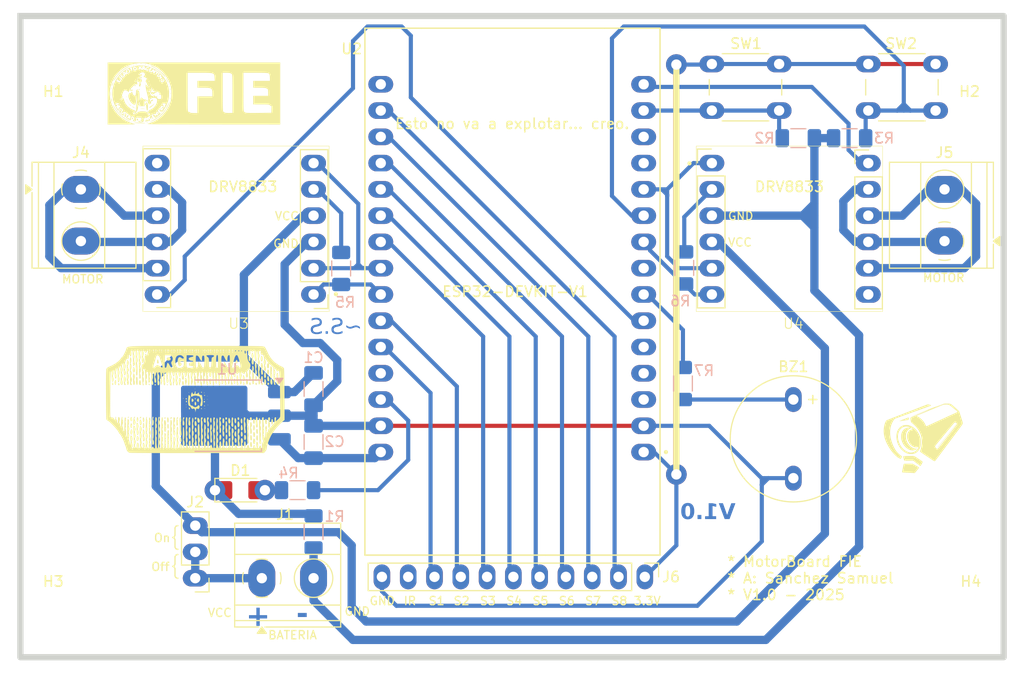
<source format=kicad_pcb>
(kicad_pcb (version 20241229) (generator "pcbnew") (generator_version "9.0")
  (layers (0 "F.Cu" signal) (2 "B.Cu" signal) (13 "F.Paste" user) (15 "B.Paste" user) (5 "F.SilkS" user "F.Silkscreen") (7 "B.SilkS" user "B.Silkscreen") (1 "F.Mask" user) (3 "B.Mask" user) (25 "Edge.Cuts" user))
  (net 0 "")
  (net 1 "/IN_M1_A")
  (net 2 "/SLEEP_M1")
  (net 3 "/IN_M1_B")
  (net 4 "/IN_M2_B")
  (net 5 "/SLEEP_M2")
  (net 6 "/IN_M2_A")
  (net 7 "GND")
  (net 9 "/S2")
  (net 10 "/S5")
  (net 11 "/S1")
  (net 12 "/S3")
  (net 13 "/S6")
  (net 14 "/S4")
  (net 15 "/S7")
  (net 16 "VCC")
  (net 17 "+3.3V")
  (net 18 "Net-(J4-Pin_1)")
  (net 19 "Net-(J4-Pin_2)")
  (net 20 "Net-(BZ1-+)")
  (net 21 "/S8")
  (net 24 "Net-(D1-A)")
  (net 25 "/LED_LARGADA")
  (net 29 "/BUZZER")
  (net 30 "/SW1")
  (net 31 "/SW2")
  (net 36 "Net-(U3-IN2)")
  (net 37 "Net-(U4-IN3)")
  (net 38 "Net-(J1-Pin_1)")
  (net 39 "+5V")
  (net 40 "Net-(J5-Pin_2)")
  (net 41 "Net-(J5-Pin_1)")
  (footprint "LOGO" (layer "F.Cu") (at 114.554 61.849)
    (property "Reference" "G***" (hide yes))
    (property "Value" "LOGO" (hide yes))
  )
  (footprint "Connector_PinHeader_2.54mm:PinHeader_1x11_P2.54mm_Vertical" (layer "F.Cu") (at 157.988 78.994 -90)
    (property "Reference" "J6" (at 0 -2.54 0) (layer "F.SilkS"))
    (property "Value" "SENSORES")
    (pad "1" thru_hole oval (at 0 0 270) (size 2.4 1.6) (drill 1) (layers "*.Cu" "B.Mask") (net 17 "+3.3V"))
    (pad "2" thru_hole oval (at 0 2.54 270) (size 2.4 1.6) (drill 1) (layers "*.Cu" "B.Mask") (net 21 "/S8"))
    (pad "3" thru_hole oval (at 0 5.08 270) (size 2.4 1.6) (drill 1) (layers "*.Cu" "B.Mask") (net 15 "/S7"))
    (pad "4" thru_hole oval (at 0 7.62 270) (size 2.4 1.6) (drill 1) (layers "*.Cu" "B.Mask") (net 13 "/S6"))
    (pad "5" thru_hole oval (at 0 10.16 270) (size 2.4 1.6) (drill 1) (layers "*.Cu" "B.Mask") (net 10 "/S5"))
    (pad "6" thru_hole oval (at 0 12.7 270) (size 2.4 1.6) (drill 1) (layers "*.Cu" "B.Mask") (net 14 "/S4"))
    (pad "7" thru_hole oval (at 0 15.24 270) (size 2.4 1.6) (drill 1) (layers "*.Cu" "B.Mask") (net 12 "/S3"))
    (pad "8" thru_hole oval (at 0 17.78 270) (size 2.4 1.6) (drill 1) (layers "*.Cu" "B.Mask") (net 9 "/S2"))
    (pad "9" thru_hole oval (at 0 20.32 270) (size 2.4 1.6) (drill 1) (layers "*.Cu" "B.Mask") (net 11 "/S1"))
    (pad "10" thru_hole oval (at 0 22.86 270) (size 2.4 1.6) (drill 1) (layers "*.Cu" "B.Mask"))
    (pad "11" thru_hole oval (at 0 25.4 270) (size 2.4 1.6) (drill 1) (layers "*.Cu" "B.Mask") (net 7 "GND"))
  )
  (footprint "Button_Switch_THT:SW_PUSH_6mm_H5mm" (layer "F.Cu") (at 164.465 29.409)
    (property "Reference" "SW1" (at 3.302 -1.977 0) (layer "F.SilkS"))
    (property "Value" "SW_Push")
    (pad "1" thru_hole oval (at 0 0) (size 2.4 1.6) (drill 1) (layers "*.Cu" "B.Mask") (net 17 "+3.3V"))
    (pad "1" thru_hole oval (at 6.5 0) (size 2.4 1.6) (drill 1) (layers "*.Cu" "B.Mask") (net 17 "+3.3V"))
    (pad "2" thru_hole oval (at 0 4.5) (size 2.4 1.6) (drill 1) (layers "*.Cu" "B.Mask") (net 30 "/SW1"))
    (pad "2" thru_hole oval (at 6.5 4.5) (size 2.4 1.6) (drill 1) (layers "*.Cu" "B.Mask") (net 30 "/SW1"))
  )
  (footprint "TerminalBlock_Phoenix:TerminalBlock_Phoenix_MKDS-1,5-2_1x02_P5.00mm_Horizontal" (layer "F.Cu") (at 120.984 79.121)
    (property "Reference" "J1" (at 2.243 -6.155 0) (layer "F.SilkS"))
    (property "Value" "BAT")
    (pad "1" thru_hole oval (at 0 0) (size 2.6 3.6) (drill 1) (layers "*.Cu" "B.Mask") (net 38 "Net-(J1-Pin_1)"))
    (pad "2" thru_hole oval (at 5 0) (size 2.6 3.6) (drill 1) (layers "*.Cu" "B.Mask") (net 7 "GND"))
  )
  (footprint "MountingHole:MountingHole_3mm" (layer "F.Cu") (at 100.838 83.439)
    (property "Reference" "H3" (at 0 -4 0) (layer "F.SilkS"))
    (property "Value" "MountingHole")
    (pad "" np_thru_hole circle (at 0 0) (size 3 3) (drill 3) (layers "*.Cu" "*.Mask"))
  )
  (footprint "LED_SMD:LED_1206_3216Metric_Pad1.42x1.75mm_HandSolder" (layer "F.Cu") (at 118.9085 70.612)
    (property "Reference" "D1" (at 0 -1.905 0) (layer "F.SilkS"))
    (property "Value" "LED_RED")
    (pad "1" smd roundrect (at -1.4875 0) (size 1.425 1.75) (layers "F.Cu" "F.Mask" "F.Paste") (roundrect_rratio 0.175439) (net 7 "GND"))
    (pad "2" smd roundrect (at 1.4875 0) (size 1.425 1.75) (layers "F.Cu" "F.Mask" "F.Paste") (roundrect_rratio 0.175439) (net 24 "Net-(D1-A)"))
  )
  (footprint "Connector_PinHeader_2.54mm:PinHeader_1x03_P2.54mm_Vertical" (layer "F.Cu") (at 114.554 79.121 180)
    (property "Reference" "J2" (at 0 7.366 0) (layer "F.SilkS"))
    (property "Value" "SWITCH")
    (pad "1" thru_hole oval (at 0 0 180) (size 2.4 1.6) (drill 1) (layers "*.Cu" "B.Mask") (net 38 "Net-(J1-Pin_1)"))
    (pad "2" thru_hole oval (at 0 2.54 180) (size 2.4 1.6) (drill 1) (layers "*.Cu" "B.Mask") (net 38 "Net-(J1-Pin_1)"))
    (pad "3" thru_hole oval (at 0 5.08 180) (size 2.4 1.6) (drill 1) (layers "*.Cu" "B.Mask") (net 16 "VCC"))
  )
  (footprint "ESP32-DEVKIT-V1:MODULE_ESP32_DEVKIT_V1" (layer "F.Cu") (at 145.177 51.414 180)
    (property "Reference" "U2" (at 15.51 23.474 0) (layer "F.SilkS"))
    (property "Value" "ESP32-DEVKIT-V1")
    (pad "" np_thru_hole circle (at -12.28 -23.475 180) (size 3 3) (drill 3) (layers "*.Cu" "*.Mask"))
    (pad "" np_thru_hole circle (at -12.28 23.475 180) (size 3 3) (drill 3) (layers "*.Cu" "*.Mask"))
    (pad "" np_thru_hole circle (at 12.23 -23.475 180) (size 3 3) (drill 3) (layers "*.Cu" "*.Mask"))
    (pad "" np_thru_hole circle (at 12.23 23.475 180) (size 3 3) (drill 3) (layers "*.Cu" "*.Mask"))
    (pad "1" thru_hole oval (at -12.7 -15.515 180) (size 2.4 1.6) (drill 1) (layers "*.Cu" "B.Mask") (net 17 "+3.3V"))
    (pad "2" thru_hole oval (at -12.7 -12.975 180) (size 2.4 1.6) (drill 1) (layers "*.Cu" "B.Mask") (net 7 "GND"))
    (pad "3" thru_hole oval (at -12.7 -10.435 180) (size 2.4 1.6) (drill 1) (layers "*.Cu" "B.Mask"))
    (pad "4" thru_hole oval (at -12.7 -7.895 180) (size 2.4 1.6) (drill 1) (layers "*.Cu" "B.Mask"))
    (pad "5" thru_hole oval (at -12.7 -5.355 180) (size 2.4 1.6) (drill 1) (layers "*.Cu" "B.Mask"))
    (pad "6" thru_hole oval (at -12.7 -2.815 180) (size 2.4 1.6) (drill 1) (layers "*.Cu" "B.Mask") (net 2 "/SLEEP_M1"))
    (pad "7" thru_hole oval (at -12.7 -0.275 180) (size 2.4 1.6) (drill 1) (layers "*.Cu" "B.Mask") (net 29 "/BUZZER"))
    (pad "8" thru_hole oval (at -12.7 2.265 180) (size 2.4 1.6) (drill 1) (layers "*.Cu" "B.Mask"))
    (pad "9" thru_hole oval (at -12.7 4.805 180) (size 2.4 1.6) (drill 1) (layers "*.Cu" "B.Mask") (net 4 "/IN_M2_B"))
    (pad "10" thru_hole oval (at -12.7 7.345 180) (size 2.4 1.6) (drill 1) (layers "*.Cu" "B.Mask") (net 31 "/SW2"))
    (pad "11" thru_hole oval (at -12.7 9.885 180) (size 2.4 1.6) (drill 1) (layers "*.Cu" "B.Mask") (net 6 "/IN_M2_A"))
    (pad "12" thru_hole oval (at -12.7 12.425 180) (size 2.4 1.6) (drill 1) (layers "*.Cu" "B.Mask"))
    (pad "13" thru_hole oval (at -12.7 14.965 180) (size 2.4 1.6) (drill 1) (layers "*.Cu" "B.Mask"))
    (pad "14" thru_hole oval (at -12.7 17.505 180) (size 2.4 1.6) (drill 1) (layers "*.Cu" "B.Mask") (net 30 "/SW1"))
    (pad "15" thru_hole oval (at -12.7 20.045 180) (size 2.4 1.6) (drill 1) (layers "*.Cu" "B.Mask") (net 5 "/SLEEP_M2"))
    (pad "16" thru_hole oval (at 12.7 20.045 180) (size 2.4 1.6) (drill 1) (layers "*.Cu" "B.Mask"))
    (pad "17" thru_hole oval (at 12.7 17.505 180) (size 2.4 1.6) (drill 1) (layers "*.Cu" "B.Mask") (net 21 "/S8"))
    (pad "18" thru_hole oval (at 12.7 14.965 180) (size 2.4 1.6) (drill 1) (layers "*.Cu" "B.Mask") (net 15 "/S7"))
    (pad "19" thru_hole oval (at 12.7 12.425 180) (size 2.4 1.6) (drill 1) (layers "*.Cu" "B.Mask") (net 13 "/S6"))
    (pad "20" thru_hole oval (at 12.7 9.885 180) (size 2.4 1.6) (drill 1) (layers "*.Cu" "B.Mask") (net 10 "/S5"))
    (pad "21" thru_hole oval (at 12.7 7.345 180) (size 2.4 1.6) (drill 1) (layers "*.Cu" "B.Mask") (net 14 "/S4"))
    (pad "22" thru_hole oval (at 12.7 4.805 180) (size 2.4 1.6) (drill 1) (layers "*.Cu" "B.Mask") (net 12 "/S3"))
    (pad "23" thru_hole oval (at 12.7 2.265 180) (size 2.4 1.6) (drill 1) (layers "*.Cu" "B.Mask") (net 3 "/IN_M1_B"))
    (pad "24" thru_hole oval (at 12.7 -0.275 180) (size 2.4 1.6) (drill 1) (layers "*.Cu" "B.Mask") (net 1 "/IN_M1_A"))
    (pad "25" thru_hole oval (at 12.7 -2.815 180) (size 2.4 1.6) (drill 1) (layers "*.Cu" "B.Mask") (net 9 "/S2"))
    (pad "26" thru_hole oval (at 12.7 -5.355 180) (size 2.4 1.6) (drill 1) (layers "*.Cu" "B.Mask") (net 11 "/S1"))
    (pad "27" thru_hole oval (at 12.7 -7.895 180) (size 2.4 1.6) (drill 1) (layers "*.Cu" "B.Mask"))
    (pad "28" thru_hole oval (at 12.7 -10.435 180) (size 2.4 1.6) (drill 1) (layers "*.Cu" "B.Mask") (net 25 "/LED_LARGADA"))
    (pad "29" thru_hole oval (at 12.7 -12.975 180) (size 2.4 1.6) (drill 1) (layers "*.Cu" "B.Mask") (net 7 "GND"))
    (pad "30" thru_hole oval (at 12.7 -15.515 180) (size 2.4 1.6) (drill 1) (layers "*.Cu" "B.Mask") (net 39 "+5V"))
  )
  (footprint "TerminalBlock_Phoenix:TerminalBlock_Phoenix_MKDS-1,5-2_1x02_P5.00mm_Horizontal" (layer "F.Cu") (at 186.944 46.529 90)
    (property "Reference" "J5" (at 8.556 0 180) (layer "F.SilkS"))
    (property "Value" "M2")
    (pad "1" thru_hole oval (at 0 0 90) (size 2.6 3.6) (drill 1) (layers "*.Cu" "B.Mask") (net 41 "Net-(J5-Pin_1)"))
    (pad "2" thru_hole oval (at 5 0 90) (size 2.6 3.6) (drill 1) (layers "*.Cu" "B.Mask") (net 40 "Net-(J5-Pin_2)"))
  )
  (footprint "DRV8833:DRV8833" (layer "F.Cu") (at 118.11 35.433 180)
    (property "Reference" "U3" (at -0.635 -19.074 0) (layer "F.SilkS") (effects (font (thickness 0.1))))
    (property "Value" "DRV8833")
    (pad "1" thru_hole oval (at -7.874 -16.256 180) (size 2.4 1.6) (drill 1) (layers "*.Cu" "B.Mask") (net 1 "/IN_M1_A"))
    (pad "2" thru_hole oval (at -7.874 -13.716 180) (size 2.4 1.6) (drill 1) (layers "*.Cu" "B.Mask") (net 3 "/IN_M1_B"))
    (pad "3" thru_hole oval (at -7.874 -11.176 180) (size 2.4 1.6) (drill 1) (layers "*.Cu" "B.Mask") (net 7 "GND"))
    (pad "4" thru_hole oval (at -7.874 -8.636 180) (size 2.4 1.6) (drill 1) (layers "*.Cu" "B.Mask") (net 16 "VCC"))
    (pad "5" thru_hole oval (at -7.874 -6.096 180) (size 2.4 1.6) (drill 1) (layers "*.Cu" "B.Mask") (net 36 "Net-(U3-IN2)"))
    (pad "6" thru_hole oval (at -7.874 -3.556 180) (size 2.4 1.6) (drill 1) (layers "*.Cu" "B.Mask") (net 3 "/IN_M1_B"))
    (pad "7" thru_hole oval (at 7.239 -3.556 180) (size 2.4 1.6) (drill 1) (layers "*.Cu" "B.Mask"))
    (pad "8" thru_hole oval (at 7.239 -6.096 180) (size 2.4 1.6) (drill 1) (layers "*.Cu" "B.Mask") (net 19 "Net-(J4-Pin_2)"))
    (pad "9" thru_hole oval (at 7.239 -8.636 180) (size 2.4 1.6) (drill 1) (layers "*.Cu" "B.Mask") (net 18 "Net-(J4-Pin_1)"))
    (pad "10" thru_hole oval (at 7.239 -11.176 180) (size 2.4 1.6) (drill 1) (layers "*.Cu" "B.Mask") (net 19 "Net-(J4-Pin_2)"))
    (pad "11" thru_hole oval (at 7.239 -13.716 180) (size 2.4 1.6) (drill 1) (layers "*.Cu" "B.Mask") (net 18 "Net-(J4-Pin_1)"))
    (pad "12" thru_hole oval (at 7.239 -16.256 180) (size 2.4 1.6) (drill 1) (layers "*.Cu" "B.Mask") (net 2 "/SLEEP_M1"))
  )
  (footprint "DRV8833:DRV8833" (layer "F.Cu") (at 172.339 55.245)
    (property "Reference" "U4" (at 0 -0.738 0) (layer "F.SilkS") (effects (font (thickness 0.1))))
    (property "Value" "DRV8833")
    (pad "1" thru_hole oval (at -7.874 -16.256) (size 2.4 1.6) (drill 1) (layers "*.Cu" "B.Mask") (net 6 "/IN_M2_A"))
    (pad "2" thru_hole oval (at -7.874 -13.716) (size 2.4 1.6) (drill 1) (layers "*.Cu" "B.Mask") (net 37 "Net-(U4-IN3)"))
    (pad "3" thru_hole oval (at -7.874 -11.176) (size 2.4 1.6) (drill 1) (layers "*.Cu" "B.Mask") (net 7 "GND"))
    (pad "4" thru_hole oval (at -7.874 -8.636) (size 2.4 1.6) (drill 1) (layers "*.Cu" "B.Mask") (net 16 "VCC"))
    (pad "5" thru_hole oval (at -7.874 -6.096) (size 2.4 1.6) (drill 1) (layers "*.Cu" "B.Mask") (net 6 "/IN_M2_A"))
    (pad "6" thru_hole oval (at -7.874 -3.556) (size 2.4 1.6) (drill 1) (layers "*.Cu" "B.Mask") (net 4 "/IN_M2_B"))
    (pad "7" thru_hole oval (at 7.239 -3.556) (size 2.4 1.6) (drill 1) (layers "*.Cu" "B.Mask"))
    (pad "8" thru_hole oval (at 7.239 -6.096) (size 2.4 1.6) (drill 1) (layers "*.Cu" "B.Mask") (net 40 "Net-(J5-Pin_2)"))
    (pad "9" thru_hole oval (at 7.239 -8.636) (size 2.4 1.6) (drill 1) (layers "*.Cu" "B.Mask") (net 41 "Net-(J5-Pin_1)"))
    (pad "10" thru_hole oval (at 7.239 -11.176) (size 2.4 1.6) (drill 1) (layers "*.Cu" "B.Mask") (net 40 "Net-(J5-Pin_2)"))
    (pad "11" thru_hole oval (at 7.239 -13.716) (size 2.4 1.6) (drill 1) (layers "*.Cu" "B.Mask") (net 41 "Net-(J5-Pin_1)"))
    (pad "12" thru_hole oval (at 7.239 -16.256) (size 2.4 1.6) (drill 1) (layers "*.Cu" "B.Mask") (net 5 "/SLEEP_M2"))
  )
  (footprint "Buzzer_Beeper:MagneticBuzzer_ProSignal_ABI-009-RC" (layer "F.Cu") (at 172.339 61.849 -90)
    (property "Reference" "BZ1" (at -3.175 0 180) (layer "F.SilkS"))
    (property "Value" "Buzzer" (hide yes))
    (fp_text user "+" (at 0 -1.8 90) (layer "F.SilkS"))
    (pad "1" thru_hole oval (at 0 0 270) (size 2.4 1.6) (drill 1) (layers "*.Cu" "B.Mask") (net 20 "Net-(BZ1-+)"))
    (pad "2" thru_hole oval (at 7.6 0 270) (size 2.4 1.6) (drill 1) (layers "*.Cu" "B.Mask") (net 7 "GND"))
  )
  (footprint "LOGO" (layer "F.Cu") (at 184.785 65.649)
    (property "Reference" "G***" (hide yes))
    (property "Value" "LOGO" (hide yes))
  )
  (footprint "LOGO" (layer "F.Cu") (at 114.427 32.258)
    (property "Reference" "G***" (hide yes))
    (property "Value" "LOGO" (hide yes))
  )
  (footprint "MountingHole:MountingHole_3mm" (layer "F.Cu") (at 189.357 28.067 180)
    (property "Reference" "H2" (at 0 -4 0) (layer "F.SilkS"))
    (property "Value" "MountingHole")
    (pad "" np_thru_hole circle (at 0 0 180) (size 3 3) (drill 3) (layers "*.Cu" "*.Mask"))
  )
  (footprint "TerminalBlock_Phoenix:TerminalBlock_Phoenix_MKDS-1,5-2_1x02_P5.00mm_Horizontal" (layer "F.Cu") (at 103.505 41.529 -90)
    (property "Reference" "J4" (at -3.556 0 180) (layer "F.SilkS"))
    (property "Value" "M1")
    (pad "1" thru_hole oval (at 0 0 270) (size 2.6 3.6) (drill 1) (layers "*.Cu" "B.Mask") (net 18 "Net-(J4-Pin_1)"))
    (pad "2" thru_hole oval (at 5 0 270) (size 2.6 3.6) (drill 1) (layers "*.Cu" "B.Mask") (net 19 "Net-(J4-Pin_2)"))
  )
  (footprint "MountingHole:MountingHole_3mm" (layer "F.Cu") (at 189.484 83.439)
    (property "Reference" "H4" (at 0 -4 0) (layer "F.SilkS"))
    (property "Value" "MountingHole")
    (pad "" np_thru_hole circle (at 0 0) (size 3 3) (drill 3) (layers "*.Cu" "*.Mask"))
  )
  (footprint "Button_Switch_THT:SW_PUSH_6mm_H5mm" (layer "F.Cu") (at 179.578 29.409)
    (property "Reference" "SW2" (at 3.175 -1.977 0) (layer "F.SilkS"))
    (property "Value" "SW_Push")
    (pad "1" thru_hole oval (at 0 0) (size 2.4 1.6) (drill 1) (layers "*.Cu" "B.Mask") (net 17 "+3.3V"))
    (pad "1" thru_hole oval (at 6.5 0) (size 2.4 1.6) (drill 1) (layers "*.Cu" "B.Mask") (net 17 "+3.3V"))
    (pad "2" thru_hole oval (at 0 4.5) (size 2.4 1.6) (drill 1) (layers "*.Cu" "B.Mask") (net 31 "/SW2"))
    (pad "2" thru_hole oval (at 6.5 4.5) (size 2.4 1.6) (drill 1) (layers "*.Cu" "B.Mask") (net 31 "/SW2"))
  )
  (footprint "MountingHole:MountingHole_3mm" (layer "F.Cu") (at 100.838 28.067 180)
    (property "Reference" "H1" (at 0 -4 0) (layer "F.SilkS"))
    (property "Value" "MountingHole")
    (pad "" np_thru_hole circle (at 0 0 180) (size 3 3) (drill 3) (layers "*.Cu" "*.Mask"))
  )
  (footprint "Resistor_SMD:R_1206_3216Metric_Pad1.30x1.75mm_HandSolder" (layer "B.Cu") (at 172.821 36.576)
    (property "Reference" "R2" (at -3.276 0 0) (layer "B.SilkS") (effects (justify mirror)))
    (property "Value" "10k")
    (pad "1" smd roundrect (at -1.55 0) (size 1.3 1.75) (layers "B.Cu" "B.Mask" "B.Paste") (roundrect_rratio 0.192308) (net 30 "/SW1"))
    (pad "2" smd roundrect (at 1.55 0) (size 1.3 1.75) (layers "B.Cu" "B.Mask" "B.Paste") (roundrect_rratio 0.192308) (net 7 "GND"))
  )
  (footprint "Resistor_SMD:R_1206_3216Metric_Pad1.30x1.75mm_HandSolder" (layer "B.Cu") (at 161.798 49.123 90)
    (property "Reference" "R6" (at -3.201 -0.381 180) (layer "B.SilkS") (effects (justify mirror)))
    (property "Value" "0")
    (pad "1" smd roundrect (at -1.55 0 90) (size 1.3 1.75) (layers "B.Cu" "B.Mask" "B.Paste") (roundrect_rratio 0.192308) (net 4 "/IN_M2_B"))
    (pad "2" smd roundrect (at 1.55 0 90) (size 1.3 1.75) (layers "B.Cu" "B.Mask" "B.Paste") (roundrect_rratio 0.192308) (net 37 "Net-(U4-IN3)"))
  )
  (footprint "Resistor_SMD:R_1206_3216Metric_Pad1.30x1.75mm_HandSolder" (layer "B.Cu") (at 161.671 60.299 -90)
    (property "Reference" "R7" (at -1.244 -2.032 180) (layer "B.SilkS") (effects (justify mirror)))
    (property "Value" "0")
    (pad "1" smd roundrect (at -1.55 0 270) (size 1.3 1.75) (layers "B.Cu" "B.Mask" "B.Paste") (roundrect_rratio 0.192308) (net 29 "/BUZZER"))
    (pad "2" smd roundrect (at 1.55 0 270) (size 1.3 1.75) (layers "B.Cu" "B.Mask" "B.Paste") (roundrect_rratio 0.192308) (net 20 "Net-(BZ1-+)"))
  )
  (footprint "Capacitor_SMD:C_1206_3216Metric_Pad1.33x1.80mm_HandSolder" (layer "B.Cu") (at 125.984 65.9515 90)
    (property "Reference" "C2" (at 0.0385 2.032 180) (layer "B.SilkS") (effects (justify mirror)))
    (property "Value" "0.1u")
    (pad "1" smd roundrect (at -1.5625 0 90) (size 1.325 1.8) (layers "B.Cu" "B.Mask" "B.Paste") (roundrect_rratio 0.188679) (net 39 "+5V"))
    (pad "2" smd roundrect (at 1.5625 0 90) (size 1.325 1.8) (layers "B.Cu" "B.Mask" "B.Paste") (roundrect_rratio 0.188679) (net 7 "GND"))
  )
  (footprint "Capacitor_SMD:C_1206_3216Metric_Pad1.33x1.80mm_HandSolder" (layer "B.Cu") (at 125.984 60.833 -90)
    (property "Reference" "C1" (at -3.048 0 180) (layer "B.SilkS") (effects (justify mirror)))
    (property "Value" "0.33u")
    (pad "1" smd roundrect (at -1.5625 0 270) (size 1.325 1.8) (layers "B.Cu" "B.Mask" "B.Paste") (roundrect_rratio 0.188679) (net 16 "VCC"))
    (pad "2" smd roundrect (at 1.5625 0 270) (size 1.325 1.8) (layers "B.Cu" "B.Mask" "B.Paste") (roundrect_rratio 0.188679) (net 7 "GND"))
  )
  (footprint "Resistor_SMD:R_1206_3216Metric_Pad1.30x1.75mm_HandSolder" (layer "B.Cu") (at 128.651 49.175 90)
    (property "Reference" "R5" (at -3.276 0.381 180) (layer "B.SilkS") (effects (justify mirror)))
    (property "Value" "0")
    (pad "1" smd roundrect (at -1.55 0 90) (size 1.3 1.75) (layers "B.Cu" "B.Mask" "B.Paste") (roundrect_rratio 0.192308) (net 1 "/IN_M1_A"))
    (pad "2" smd roundrect (at 1.55 0 90) (size 1.3 1.75) (layers "B.Cu" "B.Mask" "B.Paste") (roundrect_rratio 0.192308) (net 36 "Net-(U3-IN2)"))
  )
  (footprint "Resistor_SMD:R_1206_3216Metric_Pad1.30x1.75mm_HandSolder" (layer "B.Cu") (at 177.774 36.576 180)
    (property "Reference" "R3" (at -3.328 0 0) (layer "B.SilkS") (effects (justify mirror)))
    (property "Value" "10k")
    (pad "1" smd roundrect (at -1.55 0 180) (size 1.3 1.75) (layers "B.Cu" "B.Mask" "B.Paste") (roundrect_rratio 0.192308) (net 31 "/SW2"))
    (pad "2" smd roundrect (at 1.55 0 180) (size 1.3 1.75) (layers "B.Cu" "B.Mask" "B.Paste") (roundrect_rratio 0.192308) (net 7 "GND"))
  )
  (footprint "Package_TO_SOT_SMD:TO-252-3_TabPin2" (layer "B.Cu") (at 117.642 63.4115 180)
    (property "Reference" "U1" (at 0 4.5 0) (layer "B.SilkS") (effects (justify mirror)))
    (property "Value" "L7805")
    (pad "1" smd roundrect (at -5.04 2.28 180) (size 2.2 1.2) (layers "B.Cu" "B.Mask" "B.Paste") (roundrect_rratio 0.208333) (net 16 "VCC"))
    (pad "2" smd roundrect (at -5.04 0 180) (size 2.2 1.2) (layers "B.Cu" "B.Mask" "B.Paste") (roundrect_rratio 0.208333) (net 7 "GND"))
    (pad "2" smd roundrect (at -0.415 -1.525 180) (size 3.05 2.75) (layers "B.Cu" "B.Paste") (roundrect_rratio 0.090909) (net 7 "GND"))
    (pad "2" smd roundrect (at -0.415 1.525 180) (size 3.05 2.75) (layers "B.Cu" "B.Paste") (roundrect_rratio 0.090909) (net 7 "GND"))
    (pad "2" smd roundrect (at 1.26 0 180) (size 6.4 5.8) (layers "B.Cu" "B.Mask") (roundrect_rratio 0.043103) (net 7 "GND"))
    (pad "2" smd roundrect (at 2.935 -1.525 180) (size 3.05 2.75) (layers "B.Cu" "B.Paste") (roundrect_rratio 0.090909) (net 7 "GND"))
    (pad "2" smd roundrect (at 2.935 1.525 180) (size 3.05 2.75) (layers "B.Cu" "B.Paste") (roundrect_rratio 0.090909) (net 7 "GND"))
    (pad "3" smd roundrect (at -5.04 -2.28 180) (size 2.2 1.2) (layers "B.Cu" "B.Mask" "B.Paste") (roundrect_rratio 0.208333) (net 39 "+5V"))
  )
  (footprint "Resistor_SMD:R_1206_3216Metric_Pad1.30x1.75mm_HandSolder" (layer "B.Cu") (at 125.984 74.65 -90)
    (property "Reference" "R1" (at -1.498 -2.032 180) (layer "B.SilkS") (effects (justify mirror)))
    (property "Value" "0")
    (pad "1" smd roundrect (at -1.55 0 270) (size 1.3 1.75) (layers "B.Cu" "B.Mask" "B.Paste") (roundrect_rratio 0.192308) (net 7 "GND"))
    (pad "2" smd roundrect (at 1.55 0 270) (size 1.3 1.75) (layers "B.Cu" "B.Mask" "B.Paste") (roundrect_rratio 0.192308) (net 7 "GND"))
  )
  (footprint "Resistor_SMD:R_1206_3216Metric_Pad1.30x1.75mm_HandSolder" (layer "B.Cu") (at 124.434 70.612 180)
    (property "Reference" "R4" (at 0.863 1.651 0) (layer "B.SilkS") (effects (justify mirror)))
    (property "Value" "220")
    (pad "1" smd roundrect (at -1.55 0 180) (size 1.3 1.75) (layers "B.Cu" "B.Mask" "B.Paste") (roundrect_rratio 0.192308) (net 25 "/LED_LARGADA"))
    (pad "2" smd roundrect (at 1.55 0 180) (size 1.3 1.75) (layers "B.Cu" "B.Mask" "B.Paste") (roundrect_rratio 0.192308) (net 24 "Net-(D1-A)"))
  )
  (gr_line (start 161.036 29.464) (end 161.036 69.088) (stroke (width 0.6)) (layer "F.SilkS"))
  (gr_rect (start 97.659 24.765) (end 192.659 86.765) (stroke (width 0.6)) (fill no) (layer "Edge.Cuts"))
  (gr_text "~S.S" (at 130.683 55.753 0) (layer "B.Cu") (effects (font (size 1.5 1.5) (thickness 0.1875) (italic yes)) (justify left bottom mirror)))
  (gr_text "+" (at 121.793 84.074 0) (layer "B.Cu") (effects (font (size 2 2) (thickness 0.3) (bold yes)) (justify left bottom mirror)))
  (gr_text "-" (at 125.476 83.82 0) (layer "B.Cu") (effects (font (size 2 2) (thickness 0.3) (bold yes)) (justify left bottom mirror)))
  (gr_text "V1.0" (at 166.751 73.66 0) (layer "B.Cu") (effects (font (size 1.5 1.5) (thickness 0.3) (bold yes) (italic yes)) (justify left bottom mirror)))
  (gr_text "S4" (at 144.526 81.788 0) (layer "F.SilkS") (effects (font (size 0.8 0.8) (thickness 0.125) (bold yes)) (justify left bottom)))
  (gr_text "BATERIA" (at 123.952 85.09 0) (layer "F.SilkS") (effects (font (size 0.8 0.8) (thickness 0.125) (bold yes)) (justify bottom)))
  (gr_text "On" (at 110.49 75.692 0) (layer "F.SilkS") (effects (font (size 0.8 0.8) (thickness 0.125) (bold yes)) (justify left bottom)))
  (gr_text "S6" (at 149.606 81.788 0) (layer "F.SilkS") (effects (font (size 0.8 0.8) (thickness 0.125) (bold yes)) (justify left bottom)))
  (gr_text "GND" (at 122.021619 47.244 0) (layer "F.SilkS") (effects (font (size 0.8 0.8) (thickness 0.125) (bold yes)) (justify left bottom)))
  (gr_text "{" (at 112.014 75.946 0) (layer "F.SilkS") (effects (font (size 1.5 1.5) (thickness 0.125) (bold yes)) (justify left bottom)))
  (gr_text "VCC" (at 115.697 82.931 0) (layer "F.SilkS") (effects (font (size 0.8 0.8) (thickness 0.125) (bold yes)) (justify left bottom)))
  (gr_text "GND" (at 168.554381 44.577 0) (layer "F.SilkS") (effects (font (size 0.8 0.8) (thickness 0.125) (bold yes)) (justify right bottom)))
  (gr_text "GND" (at 128.905 82.804 0) (layer "F.SilkS") (effects (font (size 0.8 0.8) (thickness 0.125) (bold yes)) (justify left bottom)))
  (gr_text "S5" (at 147.066 81.788 0) (layer "F.SilkS") (effects (font (size 0.8 0.8) (thickness 0.125) (bold yes)) (justify left bottom)))
  (gr_text "S7" (at 152.146 81.788 0) (layer "F.SilkS") (effects (font (size 0.8 0.8) (thickness 0.125) (bold yes)) (justify left bottom)))
  (gr_text "Off" (at 110.236 78.486 0) (layer "F.SilkS") (effects (font (size 0.8 0.8) (thickness 0.125) (bold yes)) (justify left bottom)))
  (gr_text "S2" (at 139.446 81.788 0) (layer "F.SilkS") (effects (font (size 0.8 0.8) (thickness 0.125) (bold yes)) (justify left bottom)))
  (gr_text "MOTOR" (at 101.6 50.673 0) (layer "F.SilkS") (effects (font (size 0.8 0.8) (thickness 0.125) (bold yes)) (justify left bottom)))
  (gr_text "* MotorBoard FIE\n* A: Sanchez Samuel\n* V1.0 - 2025" (at 165.862 79.121 0) (layer "F.SilkS") (effects (font (size 1 1)) (justify left)))
  (gr_text "MOTOR" (at 184.785 50.546 0) (layer "F.SilkS") (effects (font (size 0.8 0.8) (thickness 0.125) (bold yes)) (justify left bottom)))
  (gr_text "IR" (at 134.62 81.788 0) (layer "F.SilkS") (effects (font (size 0.8 0.8) (thickness 0.125) (bold yes)) (justify left bottom)))
  (gr_text "S1" (at 137.033 81.788 0) (layer "F.SilkS") (effects (font (size 0.8 0.8) (thickness 0.125) (bold yes)) (justify left bottom)))
  (gr_text "GND" (at 131.318 81.788 0) (layer "F.SilkS") (effects (font (size 0.8 0.8) (thickness 0.125) (bold yes)) (justify left bottom)))
  (gr_text "DRV8833" (at 171.958 41.275 0) (layer "F.SilkS") (effects (font (size 1 1))))
  (gr_text "DRV8833" (at 119.149 41.275 0) (layer "F.SilkS") (effects (font (size 1 1))))
  (gr_text "Esto no va a explotar… creo." (at 145.177 35.179 0) (layer "F.SilkS") (effects (font (size 1 1))))
  (gr_text "VCC" (at 122.174 44.577 0) (layer "F.SilkS") (effects (font (size 0.8 0.8) (thickness 0.125) (bold yes)) (justify left bottom)))
  (gr_text "3.3V" (at 156.845 81.788 0) (layer "F.SilkS") (effects (font (size 0.8 0.8) (thickness 0.125) (bold yes)) (justify left bottom)))
  (gr_text "VCC" (at 168.402 47.117 0) (layer "F.SilkS") (effects (font (size 0.8 0.8) (thickness 0.125) (bold yes)) (justify right bottom)))
  (gr_text "S8" (at 154.686 81.788 0) (layer "F.SilkS") (effects (font (size 0.8 0.8) (thickness 0.125) (bold yes)) (justify left bottom)))
  (gr_text "ESP32-DEVKIT-V1" (at 145.4495 51.414 0) (layer "F.SilkS") (effects (font (size 1 1))))
  (gr_text "S3" (at 141.986 81.788 0) (layer "F.SilkS") (effects (font (size 0.8 0.8) (thickness 0.125) (bold yes)) (justify left bottom)))
  (gr_text "{" (at 112.014 78.74 0) (layer "F.SilkS") (effects (font (size 1.5 1.5) (thickness 0.125) (bold yes)) (justify left bottom)))
  (segment (start 126.948 50.725) (end 125.984 51.689) (width 0.4) (layer "B.Cu") (net 1))
  (segment (start 131.513 50.725) (end 132.477 51.689) (width 0.4) (layer "B.Cu") (net 1))
  (segment (start 128.651 50.725) (end 131.513 50.725) (width 0.4) (layer "B.Cu") (net 1))
  (segment (start 128.651 50.725) (end 126.948 50.725) (width 0.4) (layer "B.Cu") (net 1))
  (segment (start 112.140999 51.689) (end 113.538 50.291999) (width 0.4) (layer "B.Cu") (net 2))
  (segment (start 113.538 48.006) (end 129.794 31.75) (width 0.4) (layer "B.Cu") (net 2))
  (segment (start 129.794 27.178) (end 131.191 25.781) (width 0.4) (layer "B.Cu") (net 2))
  (segment (start 156.972 54.229) (end 157.877 54.229) (width 0.4) (layer "B.Cu") (net 2))
  (segment (start 129.794 31.75) (end 129.794 27.178) (width 0.4) (layer "B.Cu") (net 2))
  (segment (start 131.191 25.781) (end 134.493 25.781) (width 0.4) (layer "B.Cu") (net 2))
  (segment (start 135.382 32.639) (end 156.972 54.229) (width 0.4) (layer "B.Cu") (net 2))
  (segment (start 113.538 50.291999) (end 113.538 48.006) (width 0.4) (layer "B.Cu") (net 2))
  (segment (start 135.382 26.67) (end 135.382 32.639) (width 0.4) (layer "B.Cu") (net 2))
  (segment (start 110.871 51.689) (end 112.140999 51.689) (width 0.4) (layer "B.Cu") (net 2))
  (segment (start 134.493 25.781) (end 135.382 26.67) (width 0.4) (layer "B.Cu") (net 2))
  (segment (start 126.492 49.657) (end 125.984 49.149) (width 0.4) (layer "B.Cu") (net 3))
  (segment (start 130.302 49.149) (end 130.302 48.768) (width 0.4) (layer "B.Cu") (net 3))
  (segment (start 130.302 48.768) (end 130.302 42.926) (width 0.4) (layer "B.Cu") (net 3))
  (segment (start 130.683 49.149) (end 130.81 49.149) (width 0.4) (layer "B.Cu") (net 3))
  (segment (start 126.365 38.989) (end 125.984 38.989) (width 0.4) (layer "B.Cu") (net 3))
  (segment (start 130.81 49.149) (end 132.477 49.149) (width 0.4) (layer "B.Cu") (net 3))
  (segment (start 132.477 49.149) (end 131.969 49.657) (width 0.4) (layer "B.Cu") (net 3))
  (segment (start 130.302 48.768) (end 130.683 49.149) (width 0.4) (layer "B.Cu") (net 3))
  (segment (start 130.302 49.149) (end 130.81 49.149) (width 0.4) (layer "B.Cu") (net 3))
  (segment (start 130.302 42.926) (end 126.365 38.989) (width 0.4) (layer "B.Cu") (net 3))
  (segment (start 130.302 48.768) (end 129.921 49.149) (width 0.4) (layer "B.Cu") (net 3))
  (segment (start 125.984 49.149) (end 129.921 49.149) (width 0.4) (layer "B.Cu") (net 3))
  (segment (start 129.921 49.149) (end 130.302 49.149) (width 0.4) (layer "B.Cu") (net 3))
  (segment (start 157.877 46.625) (end 157.877 46.609) (width 0.4) (layer "B.Cu") (net 4))
  (segment (start 158.369 46.609) (end 157.877 46.609) (width 0.6) (layer "B.Cu") (net 4))
  (segment (start 158.496 47.244) (end 157.877 46.625) (width 0.4) (layer "B.Cu") (net 4))
  (segment (start 164.465 51.689) (end 162.814 51.689) (width 0.4) (layer "B.Cu") (net 4))
  (segment (start 161.3535 50.292) (end 158.496 47.4345) (width 0.4) (layer "B.Cu") (net 4))
  (segment (start 161.3535 50.4825) (end 161.3535 50.292) (width 0.4) (layer "B.Cu") (net 4))
  (segment (start 162.814 51.689) (end 161.798 50.673) (width 0.4) (layer "B.Cu") (net 4))
  (segment (start 158.496 47.4345) (end 158.496 47.244) (width 0.4) (layer "B.Cu") (net 4))
  (segment (start 157.877 31.369) (end 158.131 31.623) (width 0.4) (layer "B.Cu") (net 5))
  (segment (start 178.943 38.989) (end 179.578 38.989) (width 0.4) (layer "B.Cu") (net 5))
  (segment (start 158.131 31.623) (end 174.117 31.623) (width 0.4) (layer "B.Cu") (net 5))
  (segment (start 177.673 37.719) (end 178.943 38.989) (width 0.4) (layer "B.Cu") (net 5))
  (segment (start 177.673 35.179) (end 177.673 37.719) (width 0.4) (layer "B.Cu") (net 5))
  (segment (start 174.117 31.623) (end 177.673 35.179) (width 0.4) (layer "B.Cu") (net 5))
  (segment (start 164.465 49.149) (end 161.29 49.149) (width 0.4) (layer "B.Cu") (net 6))
  (segment (start 159.639 41.529) (end 160.147 42.037) (width 0.4) (layer "B.Cu") (net 6))
  (segment (start 160.147 41.529) (end 162.687 38.989) (width 0.4) (layer "B.Cu") (net 6))
  (segment (start 160.147 42.037) (end 160.147 42.164) (width 0.4) (layer "B.Cu") (net 6))
  (segment (start 161.29 49.149) (end 160.147 48.006) (width 0.4) (layer "B.Cu") (net 6))
  (segment (start 160.147 48.006) (end 160.147 42.164) (width 0.4) (layer "B.Cu") (net 6))
  (segment (start 159.639 41.529) (end 160.147 41.529) (width 0.4) (layer "B.Cu") (net 6))
  (segment (start 160.147 42.164) (end 160.147 41.529) (width 0.4) (layer "B.Cu") (net 6))
  (segment (start 157.877 41.529) (end 159.639 41.529) (width 0.4) (layer "B.Cu") (net 6))
  (segment (start 162.687 38.989) (end 164.465 38.989) (width 0.4) (layer "B.Cu") (net 6))
  (segment (start 117.421 70.612) (end 116.459 70.612) (width 0.8) (layer "F.Cu") (net 7))
  (segment (start 157.877 64.389) (end 132.477 64.389) (width 0.4) (layer "F.Cu") (net 7))
  (via (at 116.459 70.612) (size 2) (drill 1) (layers "F.Cu" "B.Cu") (net 7))
  (segment (start 128.27 58.039) (end 128.27 60.071) (width 0.8) (layer "B.Cu") (net 7))
  (segment (start 173.228 44.069) (end 174.371 42.926) (width 0.8) (layer "B.Cu") (net 7))
  (segment (start 124.968 56.388) (end 126.619 56.388) (width 0.8) (layer "B.Cu") (net 7))
  (segment (start 173.228 44.069) (end 174.371 45.212) (width 0.8) (layer "B.Cu") (net 7))
  (segment (start 169.291 69.449) (end 169.926 69.449) (width 0.4) (layer "B.Cu") (net 7))
  (segment (start 125.984 79.121) (end 125.984 81.28) (width 0.8) (layer "B.Cu") (net 7))
  (segment (start 169.926 69.449) (end 172.339 69.449) (width 0.4) (layer "B.Cu") (net 7))
  (segment (start 123.19 48.768) (end 123.19 54.61) (width 0.8) (layer "B.Cu") (net 7))
  (segment (start 119.582 63.4115) (end 118.057 61.8865) (width 0.8) (layer "B.Cu") (net 7))
  (segment (start 133.985 81.788) (end 163.068 81.788) (width 0.4) (layer "B.Cu") (net 7))
  (segment (start 174.371 42.926) (end 174.371 36.576) (width 0.8) (layer "B.Cu") (net 7))
  (segment (start 163.068 81.788) (end 169.291 75.565) (width 0.4) (layer "B.Cu") (net 7))
  (segment (start 169.271 69.449) (end 169.291 69.449) (width 0.4) (layer "B.Cu") (net 7))
  (segment (start 116.459 70.612) (end 116.459 63.4885) (width 0.8) (layer "B.Cu") (net 7))
  (segment (start 125.984 46.609) (end 125.349 46.609) (width 0.8) (layer "B.Cu") (net 7))
  (segment (start 164.211 64.389) (end 169.271 69.449) (width 0.4) (layer "B.Cu") (net 7))
  (segment (start 122.682 63.4115) (end 119.582 63.4115) (width 0.8) (layer "B.Cu") (net 7))
  (segment (start 178.689 55.626) (end 174.371 51.308) (width 0.8) (layer "B.Cu") (net 7))
  (segment (start 169.291 70.084) (end 169.926 69.449) (width 0.4) (layer "B.Cu") (net 7))
  (segment (start 132.588 78.994) (end 132.588 80.391) (width 0.4) (layer "B.Cu") (net 7))
  (segment (start 126.619 56.388) (end 128.27 58.039) (width 0.8) (layer "B.Cu") (net 7))
  (segment (start 118.745 72.898) (end 125.782 72.898) (width 0.8) (layer "B.Cu") (net 7))
  (segment (start 174.371 45.212) (end 174.371 44.069) (width 0.8) (layer "B.Cu") (net 7))
  (segment (start 125.984 79.121) (end 125.984 76.2) (width 0.8) (layer "B.Cu") (net 7))
  (segment (start 157.877 64.389) (end 164.211 64.389) (width 0.4) (layer "B.Cu") (net 7))
  (segment (start 132.588 80.391) (end 133.985 81.788) (width 0.4) (layer "B.Cu") (net 7))
  (segment (start 169.672 85.09) (end 178.689 76.073) (width 0.8) (layer "B.Cu") (net 7))
  (segment (start 128.27 60.071) (end 125.984 62.357) (width 0.8) (layer "B.Cu") (net 7))
  (segment (start 178.689 76.073) (end 178.689 55.626) (width 0.8) (layer "B.Cu") (net 7))
  (segment (start 129.794 85.09) (end 169.672 85.09) (width 0.8) (layer "B.Cu") (net 7))
  (segment (start 174.371 44.069) (end 174.371 42.926) (width 0.8) (layer "B.Cu") (net 7))
  (segment (start 157.877 64.389) (end 156.972 64.389) (width 0.4) (layer "B.Cu") (net 7))
  (segment (start 125.984 81.28) (end 129.794 85.09) (width 0.8) (layer "B.Cu") (net 7))
  (segment (start 125.984 64.389) (end 132.477 64.389) (width 0.8) (layer "B.Cu") (net 7))
  (segment (start 173.228 44.069) (end 174.371 44.069) (width 0.8) (layer "B.Cu") (net 7))
  (segment (start 169.291 70.104) (end 169.291 70.084) (width 0.4) (layer "B.Cu") (net 7))
  (segment (start 174.371 51.308) (end 174.371 45.212) (width 0.8) (layer "B.Cu") (net 7))
  (segment (start 169.291 70.104) (end 169.291 69.449) (width 0.4) (layer "B.Cu") (net 7))
  (segment (start 164.465 44.069) (end 173.228 44.069) (width 0.8) (layer "B.Cu") (net 7))
  (segment (start 118.11 64.9895) (end 118.057 64.9365) (width 0.8) (layer "B.Cu") (net 7))
  (segment (start 123.19 54.61) (end 124.968 56.388) (width 0.8) (layer "B.Cu") (net 7))
  (segment (start 125.782 72.898) (end 125.984 73.1) (width 0.8) (layer "B.Cu") (net 7))
  (segment (start 119.582 63.4115) (end 118.057 64.9365) (width 0.8) (layer "B.Cu") (net 7))
  (segment (start 116.459 63.4885) (end 116.382 63.4115) (width 0.8) (layer "B.Cu") (net 7))
  (segment (start 122.682 63.4115) (end 125.977 63.4115) (width 0.8) (layer "B.Cu") (net 7))
  (segment (start 169.291 75.565) (end 169.291 70.104) (width 0.4) (layer "B.Cu") (net 7))
  (segment (start 174.371 36.576) (end 176.224 36.576) (width 0.8) (layer "B.Cu") (net 7))
  (segment (start 125.349 46.609) (end 123.19 48.768) (width 0.8) (layer "B.Cu") (net 7))
  (segment (start 116.459 70.612) (end 118.745 72.898) (width 0.8) (layer "B.Cu") (net 7))
  (segment (start 125.984 62.3955) (end 125.984 64.389) (width 0.8) (layer "B.Cu") (net 7))
  (segment (start 133.477 54.229) (end 139.827 60.579) (width 0.4) (layer "B.Cu") (net 9))
  (segment (start 132.477 54.229) (end 133.477 54.229) (width 0.4) (layer "B.Cu") (net 9))
  (segment (start 139.827 78.613) (end 140.208 78.994) (width 0.4) (layer "B.Cu") (net 9))
  (segment (start 139.827 60.579) (end 139.827 78.613) (width 0.4) (layer "B.Cu") (net 9))
  (segment (start 147.447 78.613) (end 147.828 78.994) (width 0.4) (layer "B.Cu") (net 10))
  (segment (start 133.223 41.529) (end 147.447 55.753) (width 0.4) (layer "B.Cu") (net 10))
  (segment (start 132.477 41.529) (end 133.223 41.529) (width 0.4) (layer "B.Cu") (net 10))
  (segment (start 147.447 55.753) (end 147.447 78.613) (width 0.4) (layer "B.Cu") (net 10))
  (segment (start 137.668 78.994) (end 137.287 78.613) (width 0.4) (layer "B.Cu") (net 11))
  (segment (start 132.842 56.769) (end 132.477 56.769) (width 0.4) (layer "B.Cu") (net 11))
  (segment (start 137.287 61.214) (end 132.842 56.769) (width 0.4) (layer "B.Cu") (net 11))
  (segment (start 137.287 78.613) (end 137.287 61.214) (width 0.4) (layer "B.Cu") (net 11))
  (segment (start 142.367 78.613) (end 142.367 55.753) (width 0.4) (layer "B.Cu") (net 12))
  (segment (start 142.748 78.994) (end 142.367 78.613) (width 0.4) (layer "B.Cu") (net 12))
  (segment (start 133.223 46.609) (end 132.477 46.609) (width 0.4) (layer "B.Cu") (net 12))
  (segment (start 142.367 55.753) (end 133.223 46.609) (width 0.4) (layer "B.Cu") (net 12))
  (segment (start 149.987 55.753) (end 133.223 38.989) (width 0.4) (layer "B.Cu") (net 13))
  (segment (start 133.223 38.989) (end 132.477 38.989) (width 0.4) (layer "B.Cu") (net 13))
  (segment (start 149.987 78.613) (end 149.987 55.753) (width 0.4) (layer "B.Cu") (net 13))
  (segment (start 150.368 78.994) (end 149.987 78.613) (width 0.4) (layer "B.Cu") (net 13))
  (segment (start 132.477 44.069) (end 133.223002 44.069) (width 0.4) (layer "B.Cu") (net 14))
  (segment (start 133.223002 44.069) (end 144.907 55.752998) (width 0.4) (layer "B.Cu") (net 14))
  (segment (start 144.907 78.613) (end 145.288 78.994) (width 0.4) (layer "B.Cu") (net 14))
  (segment (start 144.907 55.752998) (end 144.907 78.613) (width 0.4) (layer "B.Cu") (net 14))
  (segment (start 132.477 36.449) (end 133.223 36.449) (width 0.4) (layer "B.Cu") (net 15))
  (segment (start 152.527 55.753) (end 152.527 78.613) (width 0.4) (layer "B.Cu") (net 15))
  (segment (start 133.223 36.449) (end 152.527 55.753) (width 0.4) (layer "B.Cu") (net 15))
  (segment (start 152.527 78.613) (end 152.908 78.994) (width 0.4) (layer "B.Cu") (net 15))
  (segment (start 119.253 49.784) (end 124.968 44.069) (width 0.8) (layer "B.Cu") (net 16))
  (segment (start 175.387 56.896) (end 165.1 46.609) (width 0.8) (layer "B.Cu") (net 16))
  (segment (start 122.682 61.1315) (end 124.123 61.1315) (width 0.8) (layer "B.Cu") (net 16))
  (segment (start 115.189 74.676) (end 128.397 74.676) (width 0.8) (layer "B.Cu") (net 16))
  (segment (start 118.237 57.785) (end 119.253 56.769) (width 0.8) (layer "B.Cu") (net 16))
  (segment (start 118.237 57.785) (end 119.3355 57.785) (width 0.8) (layer "B.Cu") (net 16))
  (segment (start 131.064 83.312) (end 166.878 83.312) (width 0.8) (layer "B.Cu") (net 16))
  (segment (start 112.649 57.785) (end 110.744 59.69) (width 0.8) (layer "B.Cu") (net 16))
  (segment (start 175.387 74.803) (end 175.387 56.896) (width 0.8) (layer "B.Cu") (net 16))
  (segment (start 129.667 81.915) (end 131.064 83.312) (width 0.8) (layer "B.Cu") (net 16))
  (segment (start 119.253 57.7025) (end 119.253 56.769) (width 0.8) (layer "B.Cu") (net 16))
  (segment (start 110.744 70.231) (end 114.554 74.041) (width 0.8) (layer "B.Cu") (net 16))
  (segment (start 124.968 44.069) (end 125.984 44.069) (width 0.8) (layer "B.Cu") (net 16))
  (segment (start 112.649 57.785) (end 118.237 57.785) (width 0.8) (layer "B.Cu") (net 16))
  (segment (start 119.253 56.769) (end 119.253 49.784) (width 0.8) (layer "B.Cu") (net 16))
  (segment (start 129.667 75.946) (end 129.667 81.915) (width 0.8) (layer "B.Cu") (net 16))
  (segment (start 128.397 74.676) (end 129.667 75.946) (width 0.8) (layer "B.Cu") (net 16))
  (segment (start 119.3355 57.785) (end 122.682 61.1315) (width 0.8) (layer "B.Cu") (net 16))
  (segment (start 110.744 59.69) (end 110.744 70.231) (width 0.8) (layer "B.Cu") (net 16))
  (segment (start 165.1 46.609) (end 164.465 46.609) (width 0.8) (layer "B.Cu") (net 16))
  (segment (start 114.554 74.041) (end 115.189 74.676) (width 0.8) (layer "B.Cu") (net 16))
  (segment (start 124.123 61.1315) (end 125.984 59.2705) (width 0.8) (layer "B.Cu") (net 16))
  (segment (start 166.878 83.312) (end 175.387 74.803) (width 0.8) (layer "B.Cu") (net 16))
  (segment (start 161.036 29.464) (end 161.036 69.088) (width 0.6) (layer "F.Cu") (net 17))
  (segment (start 179.578 29.409) (end 186.078 29.409) (width 0.4) (layer "F.Cu") (net 17))
  (via (at 161.036 69.088) (size 2) (drill 1) (layers "F.Cu" "B.Cu") (net 17))
  (via (at 161.036 29.464) (size 2) (drill 1) (layers "F.Cu" "B.Cu") (net 17))
  (segment (start 161.036 75.946) (end 157.988 78.994) (width 0.4) (layer "B.Cu") (net 17))
  (segment (start 170.965 29.409) (end 164.465 29.409) (width 0.4) (layer "B.Cu") (net 17))
  (segment (start 161.036 29.464) (end 164.41 29.464) (width 0.4) (layer "B.Cu") (net 17))
  (segment (start 164.774 29.409) (end 164.846 29.337) (width 0.4) (layer "B.Cu") (net 17))
  (segment (start 164.41 29.464) (end 164.465 29.409) (width 0.4) (layer "B.Cu") (net 17))
  (segment (start 164.846 29.337) (end 164.973 29.464) (width 0.4) (layer "B.Cu") (net 17))
  (segment (start 158.877 66.929) (end 157.877 66.929) (width 0.4) (layer "B.Cu") (net 17))
  (segment (start 170.965 29.409) (end 179.578 29.409) (width 0.4) (layer "B.Cu") (net 17))
  (segment (start 161.036 69.088) (end 158.877 66.929) (width 0.4) (layer "B.Cu") (net 17))
  (segment (start 164.465 29.409) (end 164.774 29.409) (width 0.4) (layer "B.Cu") (net 17))
  (segment (start 164.973 29.464) (end 164.973 29.591) (width 0.4) (layer "B.Cu") (net 17))
  (segment (start 161.036 69.088) (end 161.036 75.946) (width 0.4) (layer "B.Cu") (net 17))
  (segment (start 110.871 44.069) (end 107.696 44.069) (width 0.8) (layer "B.Cu") (net 18))
  (segment (start 105.156 41.529) (end 103.505 41.529) (width 0.8) (layer "B.Cu") (net 18))
  (segment (start 110.871 49.149) (end 101.6 49.149) (width 0.8) (layer "B.Cu") (net 18))
  (segment (start 107.696 44.069) (end 105.156 41.529) (width 0.8) (layer "B.Cu") (net 18))
  (segment (start 100.457 43.053) (end 101.981 41.529) (width 0.8) (layer "B.Cu") (net 18))
  (segment (start 100.457 48.006) (end 100.457 43.053) (width 0.8) (layer "B.Cu") (net 18))
  (segment (start 101.6 49.149) (end 100.457 48.006) (width 0.8) (layer "B.Cu") (net 18))
  (segment (start 101.981 41.529) (end 103.505 41.529) (width 0.8) (layer "B.Cu") (net 18))
  (segment (start 110.871 46.609) (end 103.585 46.609) (width 0.8) (layer "B.Cu") (net 19))
  (segment (start 112.141 46.609) (end 110.871 46.609) (width 0.8) (layer "B.Cu") (net 19))
  (segment (start 113.284 42.799) (end 113.284 45.466) (width 0.8) (layer "B.Cu") (net 19))
  (segment (start 113.284 45.466) (end 112.141 46.609) (width 0.8) (layer "B.Cu") (net 19))
  (segment (start 103.585 46.609) (end 103.505 46.529) (width 0.8) (layer "B.Cu") (net 19))
  (segment (start 112.014 41.529) (end 113.284 42.799) (width 0.8) (layer "B.Cu") (net 19))
  (segment (start 110.871 41.529) (end 112.014 41.529) (width 0.8) (layer "B.Cu") (net 19))
  (segment (start 161.671 61.849) (end 172.339 61.849) (width 0.4) (layer "B.Cu") (net 20))
  (segment (start 155.067 78.613) (end 155.067 55.753) (width 0.4) (layer "B.Cu") (net 21))
  (segment (start 133.223 33.909) (end 132.477 33.909) (width 0.4) (layer "B.Cu") (net 21))
  (segment (start 155.067 55.753) (end 133.223 33.909) (width 0.4) (layer "B.Cu") (net 21))
  (segment (start 155.448 78.994) (end 155.067 78.613) (width 0.4) (layer "B.Cu") (net 21))
  (segment (start 120.396 70.612) (end 121.285 70.612) (width 0.8) (layer "F.Cu") (net 24))
  (via (at 121.285 70.612) (size 2) (drill 1) (layers "F.Cu" "B.Cu") (net 24))
  (segment (start 122.884 70.612) (end 121.285 70.612) (width 0.4) (layer "B.Cu") (net 24))
  (segment (start 135.128 63.881) (end 135.128 67.691) (width 0.4) (layer "B.Cu") (net 25))
  (segment (start 135.128 67.691) (end 132.207 70.612) (width 0.4) (layer "B.Cu") (net 25))
  (segment (start 133.096 61.849) (end 135.128 63.881) (width 0.4) (layer "B.Cu") (net 25))
  (segment (start 132.477 61.849) (end 133.096 61.849) (width 0.4) (layer "B.Cu") (net 25))
  (segment (start 132.207 70.612) (end 125.984 70.612) (width 0.4) (layer "B.Cu") (net 25))
  (segment (start 157.877 51.689) (end 158.242 51.689) (width 0.4) (layer "B.Cu") (net 29))
  (segment (start 158.242 51.689) (end 161.671 55.118) (width 0.4) (layer "B.Cu") (net 29))
  (segment (start 161.671 58.749) (end 161.671 55.118) (width 0.4) (layer "B.Cu") (net 29))
  (segment (start 157.877 33.909) (end 164.465 33.909) (width 0.4) (layer "B.Cu") (net 30))
  (segment (start 164.465 33.909) (end 170.965 33.909) (width 0.4) (layer "B.Cu") (net 30))
  (segment (start 170.965 36.27) (end 171.271 36.576) (width 0.4) (layer "B.Cu") (net 30))
  (segment (start 170.965 33.909) (end 170.965 36.27) (width 0.4) (layer "B.Cu") (net 30))
  (segment (start 179.324 34.163) (end 179.578 33.909) (width 0.4) (layer "B.Cu") (net 31))
  (segment (start 183.007 33.274) (end 183.642 33.909) (width 0.4) (layer "B.Cu") (net 31))
  (segment (start 154.813 26.924) (end 155.956 25.781) (width 0.4) (layer "B.Cu") (net 31))
  (segment (start 179.324 36.576) (end 179.324 34.163) (width 0.4) (layer "B.Cu") (net 31))
  (segment (start 183.642 33.909) (end 186.078 33.909) (width 0.4) (layer "B.Cu") (net 31))
  (segment (start 183.007 33.274) (end 183.007 33.909) (width 0.4) (layer "B.Cu") (net 31))
  (segment (start 179.197 25.781) (end 183.007 29.591) (width 0.4) (layer "B.Cu") (net 31))
  (segment (start 156.718 44.069) (end 154.813 42.164) (width 0.4) (layer "B.Cu") (net 31))
  (segment (start 155.956 25.781) (end 179.197 25.781) (width 0.4) (layer "B.Cu") (net 31))
  (segment (start 179.578 33.909) (end 182.372 33.909) (width 0.4) (layer "B.Cu") (net 31))
  (segment (start 183.007 29.591) (end 183.007 33.274) (width 0.4) (layer "B.Cu") (net 31))
  (segment (start 182.372 33.909) (end 183.642 33.909) (width 0.4) (layer "B.Cu") (net 31))
  (segment (start 154.813 42.164) (end 154.813 26.924) (width 0.4) (layer "B.Cu") (net 31))
  (segment (start 183.007 33.274) (end 182.372 33.909) (width 0.4) (layer "B.Cu") (net 31))
  (segment (start 157.877 44.069) (end 156.718 44.069) (width 0.4) (layer "B.Cu") (net 31))
  (segment (start 126.365 41.529) (end 128.651 43.815) (width 0.4) (layer "B.Cu") (net 36))
  (segment (start 125.984 41.529) (end 126.365 41.529) (width 0.4) (layer "B.Cu") (net 36))
  (segment (start 128.651 43.815) (end 128.651 47.625) (width 0.4) (layer "B.Cu") (net 36))
  (segment (start 161.798 47.573) (end 161.798 44.196) (width 0.4) (layer "B.Cu") (net 37))
  (segment (start 161.798 44.196) (end 164.465 41.529) (width 0.4) (layer "B.Cu") (net 37))
  (segment (start 120.984 79.121) (end 120.984 79.582) (width 0.8) (layer "B.Cu") (net 38))
  (segment (start 114.554 79.121) (end 114.554 76.581) (width 0.8) (layer "B.Cu") (net 38))
  (segment (start 120.984 79.121) (end 114.554 79.121) (width 0.8) (layer "B.Cu") (net 38))
  (segment (start 124.5045 67.514) (end 122.682 65.6915) (width 0.8) (layer "B.Cu") (net 39))
  (segment (start 131.892 67.514) (end 132.477 66.929) (width 0.8) (layer "B.Cu") (net 39))
  (segment (start 125.984 67.514) (end 131.892 67.514) (width 0.8) (layer "B.Cu") (net 39))
  (segment (start 125.984 67.514) (end 124.5045 67.514) (width 0.8) (layer "B.Cu") (net 39))
  (segment (start 182.88 44.069) (end 185.42 41.529) (width 0.8) (layer "B.Cu") (net 40))
  (segment (start 189.992 42.926) (end 189.992 48.006) (width 0.8) (layer "B.Cu") (net 40))
  (segment (start 186.944 41.529) (end 188.595 41.529) (width 0.8) (layer "B.Cu") (net 40))
  (segment (start 189.992 48.006) (end 188.849 49.149) (width 0.8) (layer "B.Cu") (net 40))
  (segment (start 188.595 41.529) (end 189.992 42.926) (width 0.8) (layer "B.Cu") (net 40))
  (segment (start 185.42 41.529) (end 186.944 41.529) (width 0.8) (layer "B.Cu") (net 40))
  (segment (start 188.849 49.149) (end 179.578 49.149) (width 0.8) (layer "B.Cu") (net 40))
  (segment (start 179.578 44.069) (end 182.88 44.069) (width 0.8) (layer "B.Cu") (net 40))
  (segment (start 179.578 41.529) (end 178.308 41.529) (width 0.8) (layer "B.Cu") (net 41))
  (segment (start 177.165 42.672) (end 177.165 45.466) (width 0.8) (layer "B.Cu") (net 41))
  (segment (start 178.308 41.529) (end 177.165 42.672) (width 0.8) (layer "B.Cu") (net 41))
  (segment (start 177.165 45.466) (end 178.308 46.609) (width 0.8) (layer "B.Cu") (net 41))
  (segment (start 186.864 46.609) (end 186.944 46.529) (width 0.8) (layer "B.Cu") (net 41))
  (segment (start 178.308 46.609) (end 179.578 46.609) (width 0.8) (layer "B.Cu") (net 41))
  (segment (start 179.578 46.609) (end 186.864 46.609) (width 0.8) (layer "B.Cu") (net 41))
)
</source>
